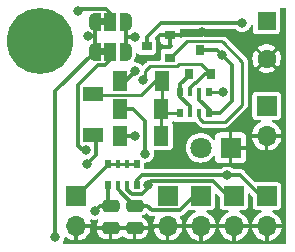
<source format=gtl>
%TF.GenerationSoftware,KiCad,Pcbnew,6.0.6-1.fc35*%
%TF.CreationDate,2022-08-01T00:07:55+02:00*%
%TF.ProjectId,lm324_4ch_therm,6c6d3332-345f-4346-9368-5f746865726d,rev?*%
%TF.SameCoordinates,Original*%
%TF.FileFunction,Copper,L1,Top*%
%TF.FilePolarity,Positive*%
%FSLAX46Y46*%
G04 Gerber Fmt 4.6, Leading zero omitted, Abs format (unit mm)*
G04 Created by KiCad (PCBNEW 6.0.6-1.fc35) date 2022-08-01 00:07:55*
%MOMM*%
%LPD*%
G01*
G04 APERTURE LIST*
G04 Aperture macros list*
%AMRoundRect*
0 Rectangle with rounded corners*
0 $1 Rounding radius*
0 $2 $3 $4 $5 $6 $7 $8 $9 X,Y pos of 4 corners*
0 Add a 4 corners polygon primitive as box body*
4,1,4,$2,$3,$4,$5,$6,$7,$8,$9,$2,$3,0*
0 Add four circle primitives for the rounded corners*
1,1,$1+$1,$2,$3*
1,1,$1+$1,$4,$5*
1,1,$1+$1,$6,$7*
1,1,$1+$1,$8,$9*
0 Add four rect primitives between the rounded corners*
20,1,$1+$1,$2,$3,$4,$5,0*
20,1,$1+$1,$4,$5,$6,$7,0*
20,1,$1+$1,$6,$7,$8,$9,0*
20,1,$1+$1,$8,$9,$2,$3,0*%
%AMFreePoly0*
4,1,22,0.550000,-0.750000,0.000000,-0.750000,0.000000,-0.745033,-0.079941,-0.743568,-0.215256,-0.701293,-0.333266,-0.622738,-0.424486,-0.514219,-0.481581,-0.384460,-0.499164,-0.250000,-0.500000,-0.250000,-0.500000,0.250000,-0.499164,0.250000,-0.499963,0.256109,-0.478152,0.396186,-0.417904,0.524511,-0.324060,0.630769,-0.204165,0.706417,-0.067858,0.745374,0.000000,0.744959,0.000000,0.750000,
0.550000,0.750000,0.550000,-0.750000,0.550000,-0.750000,$1*%
%AMFreePoly1*
4,1,20,0.000000,0.744959,0.073905,0.744508,0.209726,0.703889,0.328688,0.626782,0.421226,0.519385,0.479903,0.390333,0.500000,0.250000,0.500000,-0.250000,0.499851,-0.262216,0.476331,-0.402017,0.414519,-0.529596,0.319384,-0.634700,0.198574,-0.708877,0.061801,-0.746166,0.000000,-0.745033,0.000000,-0.750000,-0.550000,-0.750000,-0.550000,0.750000,0.000000,0.750000,0.000000,0.744959,
0.000000,0.744959,$1*%
G04 Aperture macros list end*
%TA.AperFunction,ComponentPad*%
%ADD10R,1.700000X1.700000*%
%TD*%
%TA.AperFunction,ComponentPad*%
%ADD11O,1.700000X1.700000*%
%TD*%
%TA.AperFunction,ComponentPad*%
%ADD12R,1.800000X1.800000*%
%TD*%
%TA.AperFunction,ComponentPad*%
%ADD13C,1.800000*%
%TD*%
%TA.AperFunction,ComponentPad*%
%ADD14R,1.600000X1.600000*%
%TD*%
%TA.AperFunction,ComponentPad*%
%ADD15C,1.600000*%
%TD*%
%TA.AperFunction,SMDPad,CuDef*%
%ADD16R,1.700000X1.300000*%
%TD*%
%TA.AperFunction,SMDPad,CuDef*%
%ADD17R,0.500000X0.800000*%
%TD*%
%TA.AperFunction,SMDPad,CuDef*%
%ADD18R,0.400000X0.800000*%
%TD*%
%TA.AperFunction,SMDPad,CuDef*%
%ADD19FreePoly0,0.000000*%
%TD*%
%TA.AperFunction,SMDPad,CuDef*%
%ADD20R,1.000000X1.500000*%
%TD*%
%TA.AperFunction,SMDPad,CuDef*%
%ADD21FreePoly1,0.000000*%
%TD*%
%TA.AperFunction,ComponentPad*%
%ADD22C,5.600000*%
%TD*%
%TA.AperFunction,SMDPad,CuDef*%
%ADD23R,0.900000X0.800000*%
%TD*%
%TA.AperFunction,SMDPad,CuDef*%
%ADD24R,1.300000X1.700000*%
%TD*%
%TA.AperFunction,SMDPad,CuDef*%
%ADD25RoundRect,0.250000X0.475000X-0.250000X0.475000X0.250000X-0.475000X0.250000X-0.475000X-0.250000X0*%
%TD*%
%TA.AperFunction,SMDPad,CuDef*%
%ADD26R,0.800000X0.900000*%
%TD*%
%TA.AperFunction,ViaPad*%
%ADD27C,0.800000*%
%TD*%
%TA.AperFunction,Conductor*%
%ADD28C,0.250000*%
%TD*%
%TA.AperFunction,Conductor*%
%ADD29C,0.320000*%
%TD*%
G04 APERTURE END LIST*
%TO.C,JP2*%
G36*
X121236000Y-46782000D02*
G01*
X120736000Y-46782000D01*
X120736000Y-46182000D01*
X121236000Y-46182000D01*
X121236000Y-46782000D01*
G37*
%TO.C,JP1*%
G36*
X121236000Y-49322000D02*
G01*
X120736000Y-49322000D01*
X120736000Y-48722000D01*
X121236000Y-48722000D01*
X121236000Y-49322000D01*
G37*
%TD*%
D10*
%TO.P,J1,1,Pin_1*%
%TO.N,Net-(J1-Pad1)*%
X134899000Y-61234000D03*
D11*
%TO.P,J1,2,Pin_2*%
%TO.N,GND*%
X134899000Y-63774000D03*
%TD*%
D12*
%TO.P,D4,1,K*%
%TO.N,GND*%
X131826000Y-57150000D03*
D13*
%TO.P,D4,2,A*%
%TO.N,Net-(D4-Pad2)*%
X129286000Y-57150000D03*
%TD*%
D10*
%TO.P,J2,1,Pin_1*%
%TO.N,+5V*%
X118745000Y-61214000D03*
D11*
%TO.P,J2,2,Pin_2*%
%TO.N,GND*%
X118745000Y-63754000D03*
%TD*%
D14*
%TO.P,BZ1,1,-*%
%TO.N,Net-(Q2-Pad3)*%
X134874000Y-46406000D03*
D15*
%TO.P,BZ1,2,+*%
%TO.N,GND*%
X134874000Y-49606000D03*
%TD*%
D16*
%TO.P,D1,1,K*%
%TO.N,Net-(U1-Pad1)*%
X120142000Y-56106000D03*
%TO.P,D1,2,A*%
%TO.N,Net-(D1-Pad2)*%
X120142000Y-52606000D03*
%TD*%
D17*
%TO.P,RN2,1,R1.1*%
%TO.N,Net-(D4-Pad2)*%
X129978000Y-52440000D03*
D18*
%TO.P,RN2,2,R2.1*%
%TO.N,Net-(Q2-Pad3)*%
X129178000Y-52440000D03*
%TO.P,RN2,3,R3.1*%
%TO.N,+5V*%
X128378000Y-52440000D03*
D17*
%TO.P,RN2,4,R4.1*%
%TO.N,Net-(Q2-Pad1)*%
X127578000Y-52440000D03*
%TO.P,RN2,5,R4.2*%
%TO.N,Net-(D1-Pad2)*%
X127578000Y-54240000D03*
D18*
%TO.P,RN2,6,R3.2*%
%TO.N,Net-(Q2-Pad1)*%
X128378000Y-54240000D03*
%TO.P,RN2,7,R2.2*%
%TO.N,Net-(Q1-Pad1)*%
X129178000Y-54240000D03*
D17*
%TO.P,RN2,8,R1.2*%
%TO.N,Net-(Q2-Pad3)*%
X129978000Y-54240000D03*
%TD*%
%TO.P,RN1,1,R1.1*%
%TO.N,Net-(U1-Pad3)*%
X121482000Y-60336000D03*
D18*
%TO.P,RN1,2,R2.1*%
%TO.N,Net-(U1-Pad5)*%
X122282000Y-60336000D03*
%TO.P,RN1,3,R3.1*%
%TO.N,Net-(U1-Pad10)*%
X123082000Y-60336000D03*
D17*
%TO.P,RN1,4,R4.1*%
%TO.N,Net-(J1-Pad1)*%
X123882000Y-60336000D03*
%TO.P,RN1,5,R4.2*%
%TO.N,+5V*%
X123882000Y-58536000D03*
D18*
%TO.P,RN1,6,R3.2*%
X123082000Y-58536000D03*
%TO.P,RN1,7,R2.2*%
X122282000Y-58536000D03*
D17*
%TO.P,RN1,8,R1.2*%
X121482000Y-58536000D03*
%TD*%
D19*
%TO.P,JP2,1,A*%
%TO.N,/ref1*%
X120336000Y-46482000D03*
D20*
%TO.P,JP2,2,C*%
%TO.N,Net-(U1-Pad6)*%
X121636000Y-46482000D03*
D21*
%TO.P,JP2,3,B*%
%TO.N,/ref2*%
X122936000Y-46482000D03*
%TD*%
D22*
%TO.P,REF2,1*%
%TO.N,N/C*%
X115697000Y-48133000D03*
%TD*%
D10*
%TO.P,J5,1,Pin_1*%
%TO.N,Net-(U1-Pad5)*%
X129311000Y-61234000D03*
D11*
%TO.P,J5,2,Pin_2*%
%TO.N,GND*%
X129311000Y-63774000D03*
%TD*%
D10*
%TO.P,J4,1,Pin_1*%
%TO.N,Net-(U1-Pad3)*%
X126492000Y-61214000D03*
D11*
%TO.P,J4,2,Pin_2*%
%TO.N,GND*%
X126492000Y-63754000D03*
%TD*%
D23*
%TO.P,Q1,1,B*%
%TO.N,Net-(Q1-Pad1)*%
X126705000Y-49514000D03*
%TO.P,Q1,2,E*%
%TO.N,GND*%
X126705000Y-47614000D03*
%TO.P,Q1,3,C*%
%TO.N,Net-(J6-Pad1)*%
X124705000Y-48564000D03*
%TD*%
D24*
%TO.P,D3,1,K*%
%TO.N,Net-(U1-Pad8)*%
X122456000Y-56134000D03*
%TO.P,D3,2,A*%
%TO.N,Net-(D1-Pad2)*%
X125956000Y-56134000D03*
%TD*%
D25*
%TO.P,C4,1*%
%TO.N,GND*%
X121666000Y-63942000D03*
%TO.P,C4,2*%
%TO.N,Net-(U1-Pad3)*%
X121666000Y-62042000D03*
%TD*%
D10*
%TO.P,J3,1,Pin_1*%
%TO.N,Net-(U1-Pad10)*%
X132105000Y-61234000D03*
D11*
%TO.P,J3,2,Pin_2*%
%TO.N,GND*%
X132105000Y-63774000D03*
%TD*%
D24*
%TO.P,D5,1,K*%
%TO.N,Net-(U1-Pad14)*%
X122456000Y-53873400D03*
%TO.P,D5,2,A*%
%TO.N,Net-(D1-Pad2)*%
X125956000Y-53873400D03*
%TD*%
D26*
%TO.P,Q2,1,B*%
%TO.N,Net-(Q2-Pad1)*%
X128286000Y-50886000D03*
%TO.P,Q2,2,E*%
%TO.N,+5V*%
X130186000Y-50886000D03*
%TO.P,Q2,3,C*%
%TO.N,Net-(Q2-Pad3)*%
X129236000Y-48886000D03*
%TD*%
D19*
%TO.P,JP1,1,A*%
%TO.N,/ref1*%
X120336000Y-49022000D03*
D20*
%TO.P,JP1,2,C*%
%TO.N,Net-(U1-Pad2)*%
X121636000Y-49022000D03*
D21*
%TO.P,JP1,3,B*%
%TO.N,/ref2*%
X122936000Y-49022000D03*
%TD*%
D24*
%TO.P,D2,1,K*%
%TO.N,Net-(U1-Pad7)*%
X122481400Y-51460400D03*
%TO.P,D2,2,A*%
%TO.N,Net-(D1-Pad2)*%
X125981400Y-51460400D03*
%TD*%
D25*
%TO.P,C5,1*%
%TO.N,GND*%
X123698000Y-63942000D03*
%TO.P,C5,2*%
%TO.N,Net-(U1-Pad5)*%
X123698000Y-62042000D03*
%TD*%
D10*
%TO.P,J6,1,Pin_1*%
%TO.N,Net-(J6-Pad1)*%
X134874000Y-53594000D03*
D11*
%TO.P,J6,2,Pin_2*%
%TO.N,GND*%
X134874000Y-56134000D03*
%TD*%
D27*
%TO.N,Net-(Q2-Pad3)*%
X131081000Y-49259000D03*
%TO.N,GND*%
X129397500Y-47381400D03*
%TO.N,+5V*%
X124425900Y-51421300D03*
%TO.N,Net-(J1-Pad1)*%
X131559500Y-59489400D03*
%TO.N,Net-(U1-Pad10)*%
X124829200Y-60293800D03*
%TO.N,Net-(U1-Pad3)*%
X120306600Y-62500600D03*
%TO.N,Net-(U1-Pad1)*%
X119634600Y-58514600D03*
%TO.N,Net-(U1-Pad7)*%
X123739300Y-50669300D03*
%TO.N,Net-(D4-Pad2)*%
X131140200Y-52425600D03*
%TO.N,Net-(U1-Pad8)*%
X123729000Y-56134000D03*
%TO.N,Net-(U1-Pad14)*%
X124587000Y-57658000D03*
%TO.N,Net-(J6-Pad1)*%
X132824300Y-46585900D03*
%TO.N,/ref1*%
X116996700Y-64736900D03*
X119737600Y-47722700D03*
%TO.N,Net-(U1-Pad2)*%
X119569100Y-57362900D03*
%TO.N,/ref2*%
X123713400Y-47752000D03*
%TO.N,Net-(U1-Pad6)*%
X118944600Y-45610500D03*
%TD*%
D28*
%TO.N,+5V*%
X130186000Y-50886000D02*
X129338000Y-50038000D01*
X129338000Y-50038000D02*
X127494900Y-50038000D01*
X124617700Y-50674100D02*
X124617700Y-51229500D01*
X127494900Y-50038000D02*
X127279300Y-50253600D01*
X127279300Y-50253600D02*
X125038200Y-50253600D01*
X125038200Y-50253600D02*
X124617700Y-50674100D01*
X124617700Y-51229500D02*
X124425900Y-51421300D01*
D29*
%TO.N,Net-(Q2-Pad3)*%
X129978000Y-54240000D02*
X129978000Y-53867000D01*
X131953000Y-50131000D02*
X131081000Y-49259000D01*
X130708000Y-48886000D02*
X131081000Y-49259000D01*
X129178000Y-52440000D02*
X129178000Y-53067000D01*
X129978000Y-54240000D02*
X130926000Y-54240000D01*
X129978000Y-53867000D02*
X129178000Y-53067000D01*
X129236000Y-48886000D02*
X130708000Y-48886000D01*
X131953000Y-53213000D02*
X131953000Y-50131000D01*
X130926000Y-54240000D02*
X131953000Y-53213000D01*
D28*
%TO.N,GND*%
X118745000Y-63754000D02*
X119920300Y-63754000D01*
X125904400Y-63754000D02*
X125316700Y-63754000D01*
X126705000Y-47614000D02*
X129164900Y-47614000D01*
X131699000Y-47625000D02*
X129641100Y-47625000D01*
X126492000Y-63754000D02*
X128115700Y-63754000D01*
X119920300Y-63754000D02*
X120108300Y-63942000D01*
X120108300Y-63942000D02*
X121666000Y-63942000D01*
X129641100Y-47625000D02*
X129397500Y-47381400D01*
X128115700Y-63754000D02*
X128135700Y-63774000D01*
X125128700Y-63942000D02*
X125316700Y-63754000D01*
X121666000Y-63942000D02*
X123698000Y-63942000D01*
X123698000Y-63942000D02*
X125128700Y-63942000D01*
X129164900Y-47614000D02*
X129397500Y-47381400D01*
X131826000Y-57150000D02*
X133858000Y-57150000D01*
X134899000Y-63774000D02*
X132105000Y-63774000D01*
X132105000Y-63774000D02*
X129311000Y-63774000D01*
X129311000Y-63774000D02*
X128135700Y-63774000D01*
%TO.N,+5V*%
X122282000Y-58536000D02*
X121482000Y-58536000D01*
D29*
X128854200Y-51689000D02*
X129657200Y-50886000D01*
X128378000Y-52089000D02*
X128778000Y-51689000D01*
D28*
X123082000Y-58536000D02*
X122282000Y-58536000D01*
D29*
X128378000Y-52440000D02*
X128378000Y-52089000D01*
X129657200Y-50886000D02*
X130186000Y-50886000D01*
D28*
X123882000Y-58536000D02*
X123082000Y-58536000D01*
X121423000Y-58536000D02*
X118745000Y-61214000D01*
D29*
X128778000Y-51689000D02*
X128854200Y-51689000D01*
%TO.N,Net-(J1-Pad1)*%
X134385700Y-61234000D02*
X132641100Y-59489400D01*
X123882000Y-59887000D02*
X124285600Y-59483400D01*
X123882000Y-60336000D02*
X123882000Y-59887000D01*
X134899000Y-61234000D02*
X134385700Y-61234000D01*
X131553500Y-59483400D02*
X131559500Y-59489400D01*
X124285600Y-59483400D02*
X131553500Y-59483400D01*
X132641100Y-59489400D02*
X131559500Y-59489400D01*
D28*
%TO.N,Net-(D1-Pad2)*%
X125450600Y-51460400D02*
X124256800Y-52654200D01*
X127578000Y-54240000D02*
X126348000Y-54240000D01*
X125984000Y-51562000D02*
X125984000Y-53820000D01*
X125956000Y-53848000D02*
X125956000Y-56134000D01*
X125981400Y-51460400D02*
X125450600Y-51460400D01*
X124256800Y-52654200D02*
X120190200Y-52654200D01*
D29*
%TO.N,Net-(U1-Pad10)*%
X123082000Y-60336000D02*
X123082000Y-60722200D01*
X123082000Y-60722200D02*
X123456200Y-61096400D01*
X124286600Y-61096400D02*
X124829200Y-60553800D01*
X132105000Y-61234000D02*
X131575500Y-61234000D01*
X123456200Y-61096400D02*
X124286600Y-61096400D01*
X130345200Y-60003700D02*
X125119300Y-60003700D01*
X125119300Y-60003700D02*
X124829200Y-60293800D01*
X124829200Y-60553800D02*
X124829200Y-60293800D01*
X131575500Y-61234000D02*
X130345200Y-60003700D01*
%TO.N,Net-(U1-Pad3)*%
X120765200Y-62042000D02*
X120306600Y-62500600D01*
X121666000Y-62042000D02*
X120765200Y-62042000D01*
X121482000Y-60336000D02*
X121482000Y-61858000D01*
%TO.N,Net-(U1-Pad5)*%
X122282000Y-60336000D02*
X122282000Y-60658100D01*
X127505600Y-62424400D02*
X125154600Y-62424400D01*
X129311000Y-61234000D02*
X128696000Y-61234000D01*
X128696000Y-61234000D02*
X127505600Y-62424400D01*
X124772200Y-62042000D02*
X125154600Y-62424400D01*
X122282000Y-60658100D02*
X123665900Y-62042000D01*
X123698000Y-62042000D02*
X124772200Y-62042000D01*
%TO.N,Net-(U1-Pad1)*%
X120390200Y-57759000D02*
X119634600Y-58514600D01*
X120390200Y-56354200D02*
X120390200Y-57759000D01*
%TO.N,Net-(U1-Pad7)*%
X122948200Y-51460400D02*
X123739300Y-50669300D01*
X122481400Y-51460400D02*
X122948200Y-51460400D01*
D28*
%TO.N,Net-(D4-Pad2)*%
X131140200Y-52425600D02*
X131326700Y-52440000D01*
X131326700Y-52440000D02*
X129978000Y-52440000D01*
D29*
%TO.N,Net-(U1-Pad8)*%
X122456000Y-56134000D02*
X123466300Y-56134000D01*
X123466300Y-56134000D02*
X123729000Y-56134000D01*
D28*
%TO.N,Net-(Q1-Pad1)*%
X131038600Y-48107600D02*
X131159300Y-48228300D01*
X131342900Y-54965300D02*
X129514300Y-54965300D01*
X132811700Y-53496500D02*
X131342900Y-54965300D01*
X131159300Y-48228300D02*
X131159300Y-48237600D01*
X132811700Y-49890000D02*
X132811700Y-53496500D01*
X129178000Y-54629000D02*
X129514300Y-54965300D01*
X126705000Y-49514000D02*
X128111400Y-48107600D01*
X128111400Y-48107600D02*
X131038600Y-48107600D01*
X131159300Y-48237600D02*
X132811700Y-49890000D01*
X129178000Y-54240000D02*
X129178000Y-54629000D01*
D29*
%TO.N,Net-(U1-Pad14)*%
X123596400Y-53873400D02*
X122456000Y-53873400D01*
X124587000Y-54864000D02*
X123596400Y-53873400D01*
X124587000Y-57658000D02*
X124587000Y-54864000D01*
%TO.N,Net-(J6-Pad1)*%
X124705000Y-48564000D02*
X124705000Y-47803700D01*
X124705000Y-47803700D02*
X125922800Y-46585900D01*
X125922800Y-46585900D02*
X132824300Y-46585900D01*
%TO.N,/ref1*%
X120336000Y-46482000D02*
X120336000Y-47722700D01*
X116996700Y-52361300D02*
X116996700Y-64736900D01*
X120336000Y-47722700D02*
X120336000Y-49022000D01*
X120336000Y-47722700D02*
X119737600Y-47722700D01*
X120336000Y-49022000D02*
X116996700Y-52361300D01*
%TO.N,Net-(U1-Pad2)*%
X119300200Y-57362900D02*
X118915100Y-56977800D01*
X118915100Y-51812300D02*
X120595100Y-50132300D01*
X121636000Y-49022000D02*
X121636000Y-49687000D01*
X118915100Y-56977800D02*
X118915100Y-51812300D01*
X120595100Y-50132300D02*
X121190700Y-50132300D01*
X121636000Y-49687000D02*
X121190700Y-50132300D01*
X119569100Y-57362900D02*
X119300200Y-57362900D01*
%TO.N,/ref2*%
X122936000Y-47752000D02*
X123713400Y-47752000D01*
X122936000Y-47752000D02*
X122936000Y-49022000D01*
X122936000Y-46482000D02*
X122936000Y-47752000D01*
%TO.N,Net-(U1-Pad6)*%
X119183400Y-45371700D02*
X118944600Y-45610500D01*
X121636000Y-45755400D02*
X121252300Y-45371700D01*
X121252300Y-45371700D02*
X119183400Y-45371700D01*
X121636000Y-46482000D02*
X121636000Y-45755400D01*
%TO.N,Net-(Q2-Pad1)*%
X127578000Y-51746000D02*
X127578000Y-52440000D01*
X127578000Y-52820100D02*
X127578000Y-52440000D01*
X128286000Y-50886000D02*
X128286000Y-51038000D01*
X128286000Y-51038000D02*
X127578000Y-51746000D01*
X128378000Y-53620100D02*
X127578000Y-52820100D01*
X128378000Y-54240000D02*
X128378000Y-53620100D01*
%TD*%
%TA.AperFunction,Conductor*%
%TO.N,GND*%
G36*
X136514691Y-45327407D02*
G01*
X136550655Y-45376907D01*
X136555500Y-45407500D01*
X136555500Y-65209500D01*
X136536593Y-65267691D01*
X136487093Y-65303655D01*
X136456500Y-65308500D01*
X117702660Y-65308500D01*
X117644469Y-65289593D01*
X117608505Y-65240093D01*
X117608505Y-65178907D01*
X117620201Y-65154714D01*
X117665368Y-65086733D01*
X117668431Y-65082123D01*
X117702937Y-64991285D01*
X117726256Y-64929897D01*
X117726257Y-64929894D01*
X117728221Y-64924723D01*
X117739848Y-64842000D01*
X117751221Y-64761077D01*
X117751221Y-64761075D01*
X117751655Y-64757988D01*
X117751867Y-64758018D01*
X117774681Y-64702677D01*
X117826796Y-64670620D01*
X117887801Y-64675317D01*
X117920074Y-64696841D01*
X117935392Y-64712159D01*
X117941987Y-64717692D01*
X118114067Y-64838185D01*
X118121537Y-64842497D01*
X118311922Y-64931275D01*
X118320015Y-64934221D01*
X118522944Y-64988595D01*
X118531412Y-64990088D01*
X118579379Y-64994285D01*
X118592377Y-64991285D01*
X118594313Y-64989057D01*
X118595000Y-64985682D01*
X118595000Y-64979972D01*
X118895000Y-64979972D01*
X118899122Y-64992657D01*
X118901511Y-64994393D01*
X118904932Y-64994783D01*
X118958588Y-64990088D01*
X118967056Y-64988595D01*
X119169985Y-64934221D01*
X119178078Y-64931275D01*
X119368463Y-64842497D01*
X119375933Y-64838185D01*
X119548013Y-64717692D01*
X119554608Y-64712159D01*
X119703159Y-64563608D01*
X119708692Y-64557013D01*
X119829185Y-64384932D01*
X119833497Y-64377462D01*
X119890280Y-64255692D01*
X120541000Y-64255692D01*
X120541153Y-64259584D01*
X120543503Y-64289449D01*
X120545311Y-64299349D01*
X120587980Y-64446216D01*
X120592890Y-64457561D01*
X120670144Y-64588191D01*
X120677721Y-64597960D01*
X120785040Y-64705279D01*
X120794809Y-64712856D01*
X120925439Y-64790110D01*
X120936784Y-64795020D01*
X121083651Y-64837689D01*
X121093551Y-64839497D01*
X121123416Y-64841847D01*
X121127308Y-64842000D01*
X121500320Y-64842000D01*
X121513005Y-64837878D01*
X121516000Y-64833757D01*
X121516000Y-64826320D01*
X121816000Y-64826320D01*
X121820122Y-64839005D01*
X121824243Y-64842000D01*
X122204692Y-64842000D01*
X122208584Y-64841847D01*
X122238449Y-64839497D01*
X122248349Y-64837689D01*
X122395216Y-64795020D01*
X122406561Y-64790110D01*
X122537191Y-64712856D01*
X122546960Y-64705279D01*
X122611996Y-64640243D01*
X122666513Y-64612466D01*
X122726945Y-64622037D01*
X122752004Y-64640243D01*
X122817040Y-64705279D01*
X122826809Y-64712856D01*
X122957439Y-64790110D01*
X122968784Y-64795020D01*
X123115651Y-64837689D01*
X123125551Y-64839497D01*
X123155416Y-64841847D01*
X123159308Y-64842000D01*
X123532320Y-64842000D01*
X123545005Y-64837878D01*
X123548000Y-64833757D01*
X123548000Y-64826320D01*
X123848000Y-64826320D01*
X123852122Y-64839005D01*
X123856243Y-64842000D01*
X124236692Y-64842000D01*
X124240584Y-64841847D01*
X124270449Y-64839497D01*
X124280349Y-64837689D01*
X124427216Y-64795020D01*
X124438561Y-64790110D01*
X124569191Y-64712856D01*
X124578960Y-64705279D01*
X124686279Y-64597960D01*
X124693856Y-64588191D01*
X124771110Y-64457561D01*
X124776020Y-64446216D01*
X124818689Y-64299349D01*
X124820497Y-64289449D01*
X124822847Y-64259584D01*
X124823000Y-64255692D01*
X124823000Y-64107680D01*
X124818878Y-64094995D01*
X124814757Y-64092000D01*
X123863680Y-64092000D01*
X123850995Y-64096122D01*
X123848000Y-64100243D01*
X123848000Y-64826320D01*
X123548000Y-64826320D01*
X123548000Y-64107680D01*
X123543878Y-64094995D01*
X123539757Y-64092000D01*
X121831680Y-64092000D01*
X121818995Y-64096122D01*
X121816000Y-64100243D01*
X121816000Y-64826320D01*
X121516000Y-64826320D01*
X121516000Y-64107680D01*
X121511878Y-64094995D01*
X121507757Y-64092000D01*
X120556680Y-64092000D01*
X120543995Y-64096122D01*
X120541000Y-64100243D01*
X120541000Y-64255692D01*
X119890280Y-64255692D01*
X119922275Y-64187078D01*
X119925221Y-64178985D01*
X119979595Y-63976056D01*
X119981088Y-63967588D01*
X119985285Y-63919621D01*
X119983972Y-63913932D01*
X125251217Y-63913932D01*
X125255912Y-63967588D01*
X125257405Y-63976056D01*
X125311779Y-64178985D01*
X125314725Y-64187078D01*
X125403503Y-64377462D01*
X125407815Y-64384932D01*
X125528308Y-64557013D01*
X125533841Y-64563608D01*
X125682392Y-64712159D01*
X125688987Y-64717692D01*
X125861067Y-64838185D01*
X125868537Y-64842497D01*
X126058922Y-64931275D01*
X126067015Y-64934221D01*
X126269944Y-64988595D01*
X126278412Y-64990088D01*
X126326379Y-64994285D01*
X126339377Y-64991285D01*
X126341313Y-64989057D01*
X126342000Y-64985682D01*
X126342000Y-64979972D01*
X126642000Y-64979972D01*
X126646122Y-64992657D01*
X126648511Y-64994393D01*
X126651932Y-64994783D01*
X126705588Y-64990088D01*
X126714056Y-64988595D01*
X126916985Y-64934221D01*
X126925078Y-64931275D01*
X127115463Y-64842497D01*
X127122933Y-64838185D01*
X127295013Y-64717692D01*
X127301608Y-64712159D01*
X127450159Y-64563608D01*
X127455692Y-64557013D01*
X127576185Y-64384932D01*
X127580497Y-64377462D01*
X127669275Y-64187078D01*
X127672221Y-64178985D01*
X127726595Y-63976056D01*
X127728088Y-63967588D01*
X127731033Y-63933932D01*
X128070217Y-63933932D01*
X128074912Y-63987588D01*
X128076405Y-63996056D01*
X128130779Y-64198985D01*
X128133725Y-64207078D01*
X128222503Y-64397462D01*
X128226815Y-64404932D01*
X128347308Y-64577013D01*
X128352841Y-64583608D01*
X128501392Y-64732159D01*
X128507987Y-64737692D01*
X128680067Y-64858185D01*
X128687537Y-64862497D01*
X128877922Y-64951275D01*
X128886015Y-64954221D01*
X129088944Y-65008595D01*
X129097412Y-65010088D01*
X129145379Y-65014285D01*
X129158377Y-65011285D01*
X129160313Y-65009057D01*
X129161000Y-65005682D01*
X129161000Y-64999972D01*
X129461000Y-64999972D01*
X129465122Y-65012657D01*
X129467511Y-65014393D01*
X129470932Y-65014783D01*
X129524588Y-65010088D01*
X129533056Y-65008595D01*
X129735985Y-64954221D01*
X129744078Y-64951275D01*
X129934463Y-64862497D01*
X129941933Y-64858185D01*
X130114013Y-64737692D01*
X130120608Y-64732159D01*
X130269159Y-64583608D01*
X130274692Y-64577013D01*
X130395185Y-64404932D01*
X130399497Y-64397462D01*
X130488275Y-64207078D01*
X130491221Y-64198985D01*
X130545595Y-63996056D01*
X130547088Y-63987588D01*
X130551285Y-63939621D01*
X130549972Y-63933932D01*
X130864217Y-63933932D01*
X130868912Y-63987588D01*
X130870405Y-63996056D01*
X130924779Y-64198985D01*
X130927725Y-64207078D01*
X131016503Y-64397462D01*
X131020815Y-64404932D01*
X131141308Y-64577013D01*
X131146841Y-64583608D01*
X131295392Y-64732159D01*
X131301987Y-64737692D01*
X131474067Y-64858185D01*
X131481537Y-64862497D01*
X131671922Y-64951275D01*
X131680015Y-64954221D01*
X131882944Y-65008595D01*
X131891412Y-65010088D01*
X131939379Y-65014285D01*
X131952377Y-65011285D01*
X131954313Y-65009057D01*
X131955000Y-65005682D01*
X131955000Y-64999972D01*
X132255000Y-64999972D01*
X132259122Y-65012657D01*
X132261511Y-65014393D01*
X132264932Y-65014783D01*
X132318588Y-65010088D01*
X132327056Y-65008595D01*
X132529985Y-64954221D01*
X132538078Y-64951275D01*
X132728463Y-64862497D01*
X132735933Y-64858185D01*
X132908013Y-64737692D01*
X132914608Y-64732159D01*
X133063159Y-64583608D01*
X133068692Y-64577013D01*
X133189185Y-64404932D01*
X133193497Y-64397462D01*
X133282275Y-64207078D01*
X133285221Y-64198985D01*
X133339595Y-63996056D01*
X133341088Y-63987588D01*
X133345285Y-63939621D01*
X133343972Y-63933932D01*
X133658217Y-63933932D01*
X133662912Y-63987588D01*
X133664405Y-63996056D01*
X133718779Y-64198985D01*
X133721725Y-64207078D01*
X133810503Y-64397462D01*
X133814815Y-64404932D01*
X133935308Y-64577013D01*
X133940841Y-64583608D01*
X134089392Y-64732159D01*
X134095987Y-64737692D01*
X134268067Y-64858185D01*
X134275537Y-64862497D01*
X134465922Y-64951275D01*
X134474015Y-64954221D01*
X134676944Y-65008595D01*
X134685412Y-65010088D01*
X134733379Y-65014285D01*
X134746377Y-65011285D01*
X134748313Y-65009057D01*
X134749000Y-65005682D01*
X134749000Y-64999972D01*
X135049000Y-64999972D01*
X135053122Y-65012657D01*
X135055511Y-65014393D01*
X135058932Y-65014783D01*
X135112588Y-65010088D01*
X135121056Y-65008595D01*
X135323985Y-64954221D01*
X135332078Y-64951275D01*
X135522463Y-64862497D01*
X135529933Y-64858185D01*
X135702013Y-64737692D01*
X135708608Y-64732159D01*
X135857159Y-64583608D01*
X135862692Y-64577013D01*
X135983185Y-64404932D01*
X135987497Y-64397462D01*
X136076275Y-64207078D01*
X136079221Y-64198985D01*
X136133595Y-63996056D01*
X136135088Y-63987588D01*
X136139285Y-63939621D01*
X136136285Y-63926623D01*
X136134057Y-63924687D01*
X136130682Y-63924000D01*
X135064680Y-63924000D01*
X135051995Y-63928122D01*
X135049000Y-63932243D01*
X135049000Y-64999972D01*
X134749000Y-64999972D01*
X134749000Y-63939680D01*
X134744878Y-63926995D01*
X134740757Y-63924000D01*
X133673028Y-63924000D01*
X133660343Y-63928122D01*
X133658607Y-63930511D01*
X133658217Y-63933932D01*
X133343972Y-63933932D01*
X133342285Y-63926623D01*
X133340057Y-63924687D01*
X133336682Y-63924000D01*
X132270680Y-63924000D01*
X132257995Y-63928122D01*
X132255000Y-63932243D01*
X132255000Y-64999972D01*
X131955000Y-64999972D01*
X131955000Y-63939680D01*
X131950878Y-63926995D01*
X131946757Y-63924000D01*
X130879028Y-63924000D01*
X130866343Y-63928122D01*
X130864607Y-63930511D01*
X130864217Y-63933932D01*
X130549972Y-63933932D01*
X130548285Y-63926623D01*
X130546057Y-63924687D01*
X130542682Y-63924000D01*
X129476680Y-63924000D01*
X129463995Y-63928122D01*
X129461000Y-63932243D01*
X129461000Y-64999972D01*
X129161000Y-64999972D01*
X129161000Y-63939680D01*
X129156878Y-63926995D01*
X129152757Y-63924000D01*
X128085028Y-63924000D01*
X128072343Y-63928122D01*
X128070607Y-63930511D01*
X128070217Y-63933932D01*
X127731033Y-63933932D01*
X127732285Y-63919621D01*
X127729285Y-63906623D01*
X127727057Y-63904687D01*
X127723682Y-63904000D01*
X126657680Y-63904000D01*
X126644995Y-63908122D01*
X126642000Y-63912243D01*
X126642000Y-64979972D01*
X126342000Y-64979972D01*
X126342000Y-63919680D01*
X126337878Y-63906995D01*
X126333757Y-63904000D01*
X125266028Y-63904000D01*
X125253343Y-63908122D01*
X125251607Y-63910511D01*
X125251217Y-63913932D01*
X119983972Y-63913932D01*
X119982285Y-63906623D01*
X119980057Y-63904687D01*
X119976682Y-63904000D01*
X118910680Y-63904000D01*
X118897995Y-63908122D01*
X118895000Y-63912243D01*
X118895000Y-64979972D01*
X118595000Y-64979972D01*
X118595000Y-63703000D01*
X118613907Y-63644809D01*
X118663407Y-63608845D01*
X118694000Y-63604000D01*
X119970972Y-63604000D01*
X119983657Y-63599878D01*
X119985393Y-63597489D01*
X119985783Y-63594068D01*
X119981088Y-63540412D01*
X119979595Y-63531944D01*
X119924426Y-63326046D01*
X119927629Y-63264944D01*
X119966134Y-63217394D01*
X120025235Y-63201559D01*
X120054558Y-63207631D01*
X120123889Y-63233415D01*
X120129381Y-63234148D01*
X120129382Y-63234148D01*
X120201400Y-63243757D01*
X120290783Y-63255683D01*
X120296289Y-63255182D01*
X120296291Y-63255182D01*
X120452953Y-63240925D01*
X120452957Y-63240924D01*
X120458464Y-63240423D01*
X120463725Y-63238714D01*
X120463733Y-63238712D01*
X120511869Y-63223071D01*
X120573054Y-63223070D01*
X120622554Y-63259034D01*
X120641462Y-63317224D01*
X120627676Y-63367620D01*
X120592887Y-63426445D01*
X120587980Y-63437784D01*
X120545311Y-63584651D01*
X120543503Y-63594551D01*
X120541153Y-63624416D01*
X120541000Y-63628308D01*
X120541000Y-63776320D01*
X120545122Y-63789005D01*
X120549243Y-63792000D01*
X124807320Y-63792000D01*
X124820005Y-63787878D01*
X124823000Y-63783757D01*
X124823000Y-63628308D01*
X124822847Y-63624416D01*
X124820497Y-63594551D01*
X124818689Y-63584651D01*
X124776020Y-63437784D01*
X124771110Y-63426439D01*
X124693856Y-63295809D01*
X124686279Y-63286040D01*
X124578960Y-63178721D01*
X124569191Y-63171144D01*
X124438561Y-63093890D01*
X124427216Y-63088980D01*
X124339898Y-63063612D01*
X124289293Y-63029221D01*
X124268567Y-62971653D01*
X124285637Y-62912897D01*
X124330272Y-62878275D01*
X124329762Y-62877044D01*
X124393118Y-62850801D01*
X124475841Y-62816536D01*
X124601282Y-62720282D01*
X124602508Y-62721880D01*
X124648836Y-62698285D01*
X124709266Y-62707868D01*
X124734309Y-62726065D01*
X124745341Y-62737097D01*
X124753749Y-62747621D01*
X124758071Y-62752699D01*
X124761837Y-62758668D01*
X124767127Y-62763340D01*
X124802969Y-62794995D01*
X124807438Y-62799194D01*
X124819544Y-62811300D01*
X124822359Y-62813410D01*
X124822372Y-62813421D01*
X124828825Y-62818257D01*
X124834986Y-62823272D01*
X124871441Y-62855468D01*
X124877823Y-62858464D01*
X124877827Y-62858467D01*
X124881096Y-62860002D01*
X124898389Y-62870393D01*
X124901278Y-62872558D01*
X124901285Y-62872562D01*
X124906924Y-62876788D01*
X124952466Y-62893861D01*
X124959786Y-62896946D01*
X124997427Y-62914618D01*
X124997429Y-62914619D01*
X125003809Y-62917614D01*
X125014351Y-62919256D01*
X125033860Y-62924374D01*
X125037247Y-62925644D01*
X125037249Y-62925644D01*
X125043850Y-62928119D01*
X125092357Y-62931723D01*
X125100226Y-62932626D01*
X125114826Y-62934900D01*
X125131432Y-62934900D01*
X125138769Y-62935172D01*
X125189679Y-62938955D01*
X125196574Y-62937483D01*
X125196576Y-62937483D01*
X125198458Y-62937081D01*
X125219125Y-62934900D01*
X125349395Y-62934900D01*
X125407586Y-62953807D01*
X125443550Y-63003307D01*
X125443550Y-63064493D01*
X125430491Y-63090684D01*
X125407815Y-63123068D01*
X125403503Y-63130538D01*
X125314725Y-63320922D01*
X125311779Y-63329015D01*
X125257405Y-63531944D01*
X125255912Y-63540412D01*
X125251715Y-63588379D01*
X125254715Y-63601377D01*
X125256943Y-63603313D01*
X125260318Y-63604000D01*
X127717972Y-63604000D01*
X127730657Y-63599878D01*
X127732393Y-63597489D01*
X127732783Y-63594068D01*
X127728088Y-63540412D01*
X127726595Y-63531944D01*
X127672221Y-63329015D01*
X127669275Y-63320922D01*
X127580497Y-63130538D01*
X127576184Y-63123068D01*
X127547735Y-63082437D01*
X127529846Y-63023925D01*
X127549766Y-62966073D01*
X127599887Y-62930979D01*
X127604557Y-62929784D01*
X127610187Y-62929435D01*
X127616819Y-62927041D01*
X127616822Y-62927040D01*
X127620211Y-62925816D01*
X127639801Y-62920931D01*
X127640611Y-62920815D01*
X127650354Y-62919420D01*
X127656772Y-62916502D01*
X127656775Y-62916501D01*
X127694635Y-62899287D01*
X127701994Y-62896291D01*
X127712498Y-62892499D01*
X127747730Y-62879780D01*
X127753426Y-62875619D01*
X127753431Y-62875616D01*
X127756338Y-62873492D01*
X127773763Y-62863309D01*
X127777051Y-62861814D01*
X127777052Y-62861814D01*
X127783471Y-62858895D01*
X127791304Y-62852146D01*
X127820316Y-62827147D01*
X127826540Y-62822206D01*
X127835366Y-62815758D01*
X127835367Y-62815757D01*
X127838454Y-62813502D01*
X127850203Y-62801753D01*
X127855584Y-62796758D01*
X127888906Y-62768046D01*
X127888907Y-62768045D01*
X127894250Y-62763441D01*
X127898085Y-62757524D01*
X127898087Y-62757522D01*
X127899130Y-62755912D01*
X127912202Y-62739754D01*
X128220800Y-62431156D01*
X128275317Y-62403379D01*
X128334280Y-62412217D01*
X128359482Y-62424536D01*
X128367084Y-62425645D01*
X128367087Y-62425646D01*
X128424237Y-62433983D01*
X128424239Y-62433983D01*
X128427782Y-62434500D01*
X128779256Y-62434500D01*
X128837447Y-62453407D01*
X128873411Y-62502907D01*
X128873411Y-62564093D01*
X128837447Y-62613593D01*
X128821095Y-62623224D01*
X128687538Y-62685503D01*
X128680068Y-62689815D01*
X128507987Y-62810308D01*
X128501392Y-62815841D01*
X128352841Y-62964392D01*
X128347308Y-62970987D01*
X128226815Y-63143068D01*
X128222503Y-63150538D01*
X128133725Y-63340922D01*
X128130779Y-63349015D01*
X128076405Y-63551944D01*
X128074912Y-63560412D01*
X128070715Y-63608379D01*
X128073715Y-63621377D01*
X128075943Y-63623313D01*
X128079318Y-63624000D01*
X130536972Y-63624000D01*
X130549657Y-63619878D01*
X130551393Y-63617489D01*
X130551783Y-63614068D01*
X130547088Y-63560412D01*
X130545595Y-63551944D01*
X130491221Y-63349015D01*
X130488275Y-63340922D01*
X130399497Y-63150538D01*
X130395185Y-63143068D01*
X130274692Y-62970987D01*
X130269159Y-62964392D01*
X130120608Y-62815841D01*
X130114013Y-62810308D01*
X129941933Y-62689815D01*
X129934463Y-62685503D01*
X129800906Y-62623224D01*
X129756158Y-62581496D01*
X129744483Y-62521435D01*
X129770341Y-62465982D01*
X129823855Y-62436319D01*
X129842745Y-62434500D01*
X130194218Y-62434500D01*
X130197801Y-62433972D01*
X130197808Y-62433972D01*
X130255499Y-62425479D01*
X130255501Y-62425478D01*
X130263112Y-62424358D01*
X130283191Y-62414500D01*
X130310359Y-62401161D01*
X130367855Y-62372932D01*
X130450293Y-62290350D01*
X130501536Y-62185518D01*
X130502645Y-62177916D01*
X130502646Y-62177913D01*
X130510983Y-62120763D01*
X130510983Y-62120761D01*
X130511500Y-62117218D01*
X130511500Y-61130964D01*
X130530407Y-61072773D01*
X130579907Y-61036809D01*
X130641093Y-61036809D01*
X130680504Y-61060960D01*
X130875504Y-61255960D01*
X130903281Y-61310477D01*
X130904500Y-61325964D01*
X130904500Y-62117218D01*
X130905028Y-62120801D01*
X130905028Y-62120808D01*
X130913435Y-62177913D01*
X130914642Y-62186112D01*
X130966068Y-62290855D01*
X131048650Y-62373293D01*
X131153482Y-62424536D01*
X131161084Y-62425645D01*
X131161087Y-62425646D01*
X131218237Y-62433983D01*
X131218239Y-62433983D01*
X131221782Y-62434500D01*
X131573256Y-62434500D01*
X131631447Y-62453407D01*
X131667411Y-62502907D01*
X131667411Y-62564093D01*
X131631447Y-62613593D01*
X131615095Y-62623224D01*
X131481538Y-62685503D01*
X131474068Y-62689815D01*
X131301987Y-62810308D01*
X131295392Y-62815841D01*
X131146841Y-62964392D01*
X131141308Y-62970987D01*
X131020815Y-63143068D01*
X131016503Y-63150538D01*
X130927725Y-63340922D01*
X130924779Y-63349015D01*
X130870405Y-63551944D01*
X130868912Y-63560412D01*
X130864715Y-63608379D01*
X130867715Y-63621377D01*
X130869943Y-63623313D01*
X130873318Y-63624000D01*
X133330972Y-63624000D01*
X133343657Y-63619878D01*
X133345393Y-63617489D01*
X133345783Y-63614068D01*
X133341088Y-63560412D01*
X133339595Y-63551944D01*
X133285221Y-63349015D01*
X133282275Y-63340922D01*
X133193497Y-63150538D01*
X133189185Y-63143068D01*
X133068692Y-62970987D01*
X133063159Y-62964392D01*
X132914608Y-62815841D01*
X132908013Y-62810308D01*
X132735933Y-62689815D01*
X132728463Y-62685503D01*
X132594906Y-62623224D01*
X132550158Y-62581496D01*
X132538483Y-62521435D01*
X132564341Y-62465982D01*
X132617855Y-62436319D01*
X132636745Y-62434500D01*
X132988218Y-62434500D01*
X132991801Y-62433972D01*
X132991808Y-62433972D01*
X133049499Y-62425479D01*
X133049501Y-62425478D01*
X133057112Y-62424358D01*
X133077191Y-62414500D01*
X133104359Y-62401161D01*
X133161855Y-62372932D01*
X133244293Y-62290350D01*
X133295536Y-62185518D01*
X133296645Y-62177916D01*
X133296646Y-62177913D01*
X133304983Y-62120763D01*
X133304983Y-62120761D01*
X133305500Y-62117218D01*
X133305500Y-61114764D01*
X133324407Y-61056573D01*
X133373907Y-61020609D01*
X133435093Y-61020609D01*
X133474504Y-61044760D01*
X133669504Y-61239760D01*
X133697281Y-61294277D01*
X133698500Y-61309764D01*
X133698500Y-62117218D01*
X133699028Y-62120801D01*
X133699028Y-62120808D01*
X133707435Y-62177913D01*
X133708642Y-62186112D01*
X133760068Y-62290855D01*
X133842650Y-62373293D01*
X133947482Y-62424536D01*
X133955084Y-62425645D01*
X133955087Y-62425646D01*
X134012237Y-62433983D01*
X134012239Y-62433983D01*
X134015782Y-62434500D01*
X134367256Y-62434500D01*
X134425447Y-62453407D01*
X134461411Y-62502907D01*
X134461411Y-62564093D01*
X134425447Y-62613593D01*
X134409095Y-62623224D01*
X134275538Y-62685503D01*
X134268068Y-62689815D01*
X134095987Y-62810308D01*
X134089392Y-62815841D01*
X133940841Y-62964392D01*
X133935308Y-62970987D01*
X133814815Y-63143068D01*
X133810503Y-63150538D01*
X133721725Y-63340922D01*
X133718779Y-63349015D01*
X133664405Y-63551944D01*
X133662912Y-63560412D01*
X133658715Y-63608379D01*
X133661715Y-63621377D01*
X133663943Y-63623313D01*
X133667318Y-63624000D01*
X136124972Y-63624000D01*
X136137657Y-63619878D01*
X136139393Y-63617489D01*
X136139783Y-63614068D01*
X136135088Y-63560412D01*
X136133595Y-63551944D01*
X136079221Y-63349015D01*
X136076275Y-63340922D01*
X135987497Y-63150538D01*
X135983185Y-63143068D01*
X135862692Y-62970987D01*
X135857159Y-62964392D01*
X135708608Y-62815841D01*
X135702013Y-62810308D01*
X135529933Y-62689815D01*
X135522463Y-62685503D01*
X135388906Y-62623224D01*
X135344158Y-62581496D01*
X135332483Y-62521435D01*
X135358341Y-62465982D01*
X135411855Y-62436319D01*
X135430745Y-62434500D01*
X135782218Y-62434500D01*
X135785801Y-62433972D01*
X135785808Y-62433972D01*
X135843499Y-62425479D01*
X135843501Y-62425478D01*
X135851112Y-62424358D01*
X135871191Y-62414500D01*
X135898359Y-62401161D01*
X135955855Y-62372932D01*
X136038293Y-62290350D01*
X136089536Y-62185518D01*
X136090645Y-62177916D01*
X136090646Y-62177913D01*
X136098983Y-62120763D01*
X136098983Y-62120761D01*
X136099500Y-62117218D01*
X136099500Y-60350782D01*
X136089358Y-60281888D01*
X136037932Y-60177145D01*
X135955350Y-60094707D01*
X135850518Y-60043464D01*
X135842916Y-60042355D01*
X135842913Y-60042354D01*
X135785763Y-60034017D01*
X135785761Y-60034017D01*
X135782218Y-60033500D01*
X134015782Y-60033500D01*
X133991053Y-60037140D01*
X133970329Y-60040191D01*
X133910005Y-60029961D01*
X133885907Y-60012251D01*
X133050359Y-59176703D01*
X133041951Y-59166179D01*
X133037629Y-59161101D01*
X133033863Y-59155132D01*
X132992732Y-59118805D01*
X132988262Y-59114606D01*
X132976155Y-59102499D01*
X132966876Y-59095545D01*
X132960712Y-59090526D01*
X132929548Y-59063003D01*
X132929547Y-59063002D01*
X132924259Y-59058332D01*
X132917880Y-59055337D01*
X132917878Y-59055336D01*
X132916279Y-59054586D01*
X132914605Y-59053800D01*
X132897307Y-59043405D01*
X132888775Y-59037011D01*
X132882169Y-59034535D01*
X132882168Y-59034534D01*
X132843240Y-59019941D01*
X132835917Y-59016856D01*
X132798276Y-58999183D01*
X132798272Y-58999182D01*
X132791891Y-58996186D01*
X132781349Y-58994544D01*
X132761840Y-58989426D01*
X132758453Y-58988156D01*
X132758451Y-58988156D01*
X132751850Y-58985681D01*
X132703343Y-58982077D01*
X132695474Y-58981174D01*
X132680874Y-58978900D01*
X132664268Y-58978900D01*
X132656932Y-58978628D01*
X132653227Y-58978353D01*
X132606021Y-58974845D01*
X132599126Y-58976317D01*
X132599124Y-58976317D01*
X132597242Y-58976719D01*
X132576575Y-58978900D01*
X132151502Y-58978900D01*
X132093311Y-58959993D01*
X132081263Y-58949667D01*
X132032742Y-58900806D01*
X131966880Y-58859009D01*
X131895249Y-58813550D01*
X131895245Y-58813548D01*
X131890579Y-58810587D01*
X131762713Y-58765056D01*
X131737172Y-58755961D01*
X131737170Y-58755961D01*
X131731962Y-58754106D01*
X131726473Y-58753451D01*
X131726471Y-58753451D01*
X131570269Y-58734824D01*
X131570266Y-58734824D01*
X131564773Y-58734169D01*
X131397321Y-58751769D01*
X131392082Y-58753553D01*
X131392080Y-58753553D01*
X131330176Y-58774627D01*
X131237931Y-58806030D01*
X131233221Y-58808928D01*
X131233216Y-58808930D01*
X131127610Y-58873900D01*
X131094522Y-58894256D01*
X131090573Y-58898123D01*
X131090572Y-58898124D01*
X131043079Y-58944633D01*
X130988275Y-58971838D01*
X130973812Y-58972900D01*
X124581500Y-58972900D01*
X124523309Y-58953993D01*
X124487345Y-58904493D01*
X124482500Y-58873900D01*
X124482500Y-58511554D01*
X124501407Y-58453363D01*
X124550907Y-58417399D01*
X124572527Y-58412961D01*
X124733353Y-58398325D01*
X124733357Y-58398324D01*
X124738864Y-58397823D01*
X124744125Y-58396114D01*
X124744128Y-58396113D01*
X124818931Y-58371808D01*
X124898997Y-58345793D01*
X125043623Y-58259578D01*
X125047632Y-58255760D01*
X125047635Y-58255758D01*
X125122999Y-58183989D01*
X125165554Y-58143465D01*
X125185080Y-58114077D01*
X125255668Y-58007833D01*
X125258731Y-58003223D01*
X125318521Y-57845823D01*
X125320548Y-57831405D01*
X125336623Y-57717024D01*
X125341955Y-57679088D01*
X125342249Y-57658000D01*
X125341021Y-57647046D01*
X125324098Y-57496181D01*
X125323481Y-57490676D01*
X125314908Y-57466058D01*
X125313626Y-57404886D01*
X125348545Y-57354644D01*
X125408401Y-57334500D01*
X126639218Y-57334500D01*
X126642801Y-57333972D01*
X126642808Y-57333972D01*
X126700499Y-57325479D01*
X126700501Y-57325478D01*
X126708112Y-57324358D01*
X126742314Y-57307566D01*
X126772967Y-57292516D01*
X126812855Y-57272932D01*
X126895293Y-57190350D01*
X126915017Y-57150000D01*
X128030723Y-57150000D01*
X128049793Y-57367977D01*
X128050912Y-57372152D01*
X128050912Y-57372154D01*
X128052215Y-57377015D01*
X128106425Y-57579330D01*
X128198898Y-57777638D01*
X128201379Y-57781181D01*
X128201380Y-57781183D01*
X128213742Y-57798838D01*
X128324402Y-57956877D01*
X128479123Y-58111598D01*
X128558892Y-58167453D01*
X128649734Y-58231061D01*
X128658361Y-58237102D01*
X128856670Y-58329575D01*
X128865000Y-58331807D01*
X129063846Y-58385088D01*
X129063848Y-58385088D01*
X129068023Y-58386207D01*
X129286000Y-58405277D01*
X129503977Y-58386207D01*
X129508152Y-58385088D01*
X129508154Y-58385088D01*
X129707000Y-58331807D01*
X129715330Y-58329575D01*
X129913639Y-58237102D01*
X129922267Y-58231061D01*
X130013108Y-58167453D01*
X130092877Y-58111598D01*
X130247598Y-57956877D01*
X130345906Y-57816478D01*
X130394769Y-57779657D01*
X130455945Y-57778589D01*
X130506066Y-57813683D01*
X130526001Y-57873263D01*
X130526001Y-58077585D01*
X130526611Y-58085329D01*
X130539616Y-58167449D01*
X130544373Y-58182091D01*
X130594823Y-58281106D01*
X130603865Y-58293551D01*
X130682449Y-58372135D01*
X130694894Y-58381177D01*
X130793912Y-58431629D01*
X130808547Y-58436384D01*
X130890673Y-58449391D01*
X130898412Y-58450000D01*
X131660320Y-58450000D01*
X131673005Y-58445878D01*
X131676000Y-58441757D01*
X131676000Y-58434319D01*
X131976000Y-58434319D01*
X131980122Y-58447004D01*
X131984243Y-58449999D01*
X132753585Y-58449999D01*
X132761329Y-58449389D01*
X132843449Y-58436384D01*
X132858091Y-58431627D01*
X132957106Y-58381177D01*
X132969551Y-58372135D01*
X133048135Y-58293551D01*
X133057177Y-58281106D01*
X133107629Y-58182088D01*
X133112384Y-58167453D01*
X133125391Y-58085327D01*
X133126000Y-58077588D01*
X133126000Y-57315680D01*
X133121878Y-57302995D01*
X133117757Y-57300000D01*
X131991680Y-57300000D01*
X131978995Y-57304122D01*
X131976000Y-57308243D01*
X131976000Y-58434319D01*
X131676000Y-58434319D01*
X131676000Y-56984320D01*
X131976000Y-56984320D01*
X131980122Y-56997005D01*
X131984243Y-57000000D01*
X133110319Y-57000000D01*
X133123004Y-56995878D01*
X133125999Y-56991757D01*
X133125999Y-56293932D01*
X133633217Y-56293932D01*
X133637912Y-56347588D01*
X133639405Y-56356056D01*
X133693779Y-56558985D01*
X133696725Y-56567078D01*
X133785503Y-56757462D01*
X133789815Y-56764932D01*
X133910308Y-56937013D01*
X133915841Y-56943608D01*
X134064392Y-57092159D01*
X134070987Y-57097692D01*
X134243067Y-57218185D01*
X134250537Y-57222497D01*
X134440922Y-57311275D01*
X134449015Y-57314221D01*
X134651944Y-57368595D01*
X134660412Y-57370088D01*
X134708379Y-57374285D01*
X134721377Y-57371285D01*
X134723313Y-57369057D01*
X134724000Y-57365682D01*
X134724000Y-57359972D01*
X135024000Y-57359972D01*
X135028122Y-57372657D01*
X135030511Y-57374393D01*
X135033932Y-57374783D01*
X135087588Y-57370088D01*
X135096056Y-57368595D01*
X135298985Y-57314221D01*
X135307078Y-57311275D01*
X135497463Y-57222497D01*
X135504933Y-57218185D01*
X135677013Y-57097692D01*
X135683608Y-57092159D01*
X135832159Y-56943608D01*
X135837692Y-56937013D01*
X135958185Y-56764932D01*
X135962497Y-56757462D01*
X136051275Y-56567078D01*
X136054221Y-56558985D01*
X136108595Y-56356056D01*
X136110088Y-56347588D01*
X136114285Y-56299621D01*
X136111285Y-56286623D01*
X136109057Y-56284687D01*
X136105682Y-56284000D01*
X135039680Y-56284000D01*
X135026995Y-56288122D01*
X135024000Y-56292243D01*
X135024000Y-57359972D01*
X134724000Y-57359972D01*
X134724000Y-56299680D01*
X134719878Y-56286995D01*
X134715757Y-56284000D01*
X133648028Y-56284000D01*
X133635343Y-56288122D01*
X133633607Y-56290511D01*
X133633217Y-56293932D01*
X133125999Y-56293932D01*
X133125999Y-56222415D01*
X133125389Y-56214671D01*
X133112384Y-56132551D01*
X133107627Y-56117909D01*
X133057177Y-56018894D01*
X133048135Y-56006449D01*
X133010065Y-55968379D01*
X133633715Y-55968379D01*
X133636715Y-55981377D01*
X133638943Y-55983313D01*
X133642318Y-55984000D01*
X136099972Y-55984000D01*
X136112657Y-55979878D01*
X136114393Y-55977489D01*
X136114783Y-55974068D01*
X136110088Y-55920412D01*
X136108595Y-55911944D01*
X136054221Y-55709015D01*
X136051275Y-55700922D01*
X135962497Y-55510538D01*
X135958185Y-55503068D01*
X135837692Y-55330987D01*
X135832159Y-55324392D01*
X135683608Y-55175841D01*
X135677013Y-55170308D01*
X135504933Y-55049815D01*
X135497463Y-55045503D01*
X135363906Y-54983224D01*
X135319158Y-54941496D01*
X135307483Y-54881435D01*
X135333341Y-54825982D01*
X135386855Y-54796319D01*
X135405745Y-54794500D01*
X135757218Y-54794500D01*
X135760801Y-54793972D01*
X135760808Y-54793972D01*
X135818499Y-54785479D01*
X135818501Y-54785478D01*
X135826112Y-54784358D01*
X135930855Y-54732932D01*
X136013293Y-54650350D01*
X136064536Y-54545518D01*
X136065645Y-54537916D01*
X136065646Y-54537913D01*
X136073983Y-54480763D01*
X136073983Y-54480761D01*
X136074500Y-54477218D01*
X136074500Y-52710782D01*
X136070417Y-52683042D01*
X136065479Y-52649501D01*
X136065478Y-52649499D01*
X136064358Y-52641888D01*
X136012932Y-52537145D01*
X135930350Y-52454707D01*
X135825518Y-52403464D01*
X135817916Y-52402355D01*
X135817913Y-52402354D01*
X135760763Y-52394017D01*
X135760761Y-52394017D01*
X135757218Y-52393500D01*
X133990782Y-52393500D01*
X133987199Y-52394028D01*
X133987192Y-52394028D01*
X133929501Y-52402521D01*
X133929499Y-52402522D01*
X133921888Y-52403642D01*
X133914982Y-52407033D01*
X133914981Y-52407033D01*
X133875726Y-52426306D01*
X133817145Y-52455068D01*
X133734707Y-52537650D01*
X133683464Y-52642482D01*
X133682355Y-52650084D01*
X133682354Y-52650087D01*
X133680777Y-52660900D01*
X133673500Y-52710782D01*
X133673500Y-54477218D01*
X133683642Y-54546112D01*
X133735068Y-54650855D01*
X133817650Y-54733293D01*
X133922482Y-54784536D01*
X133930084Y-54785645D01*
X133930087Y-54785646D01*
X133987237Y-54793983D01*
X133987239Y-54793983D01*
X133990782Y-54794500D01*
X134342256Y-54794500D01*
X134400447Y-54813407D01*
X134436411Y-54862907D01*
X134436411Y-54924093D01*
X134400447Y-54973593D01*
X134384095Y-54983224D01*
X134250538Y-55045503D01*
X134243068Y-55049815D01*
X134070987Y-55170308D01*
X134064392Y-55175841D01*
X133915841Y-55324392D01*
X133910308Y-55330987D01*
X133789815Y-55503068D01*
X133785503Y-55510538D01*
X133696725Y-55700922D01*
X133693779Y-55709015D01*
X133639405Y-55911944D01*
X133637912Y-55920412D01*
X133633715Y-55968379D01*
X133010065Y-55968379D01*
X132969551Y-55927865D01*
X132957106Y-55918823D01*
X132858088Y-55868371D01*
X132843453Y-55863616D01*
X132761327Y-55850609D01*
X132753588Y-55850000D01*
X131991680Y-55850000D01*
X131978995Y-55854122D01*
X131976000Y-55858243D01*
X131976000Y-56984320D01*
X131676000Y-56984320D01*
X131676000Y-55865681D01*
X131671878Y-55852996D01*
X131667757Y-55850001D01*
X130898415Y-55850001D01*
X130890671Y-55850611D01*
X130808551Y-55863616D01*
X130793909Y-55868373D01*
X130694894Y-55918823D01*
X130682449Y-55927865D01*
X130603865Y-56006449D01*
X130594823Y-56018894D01*
X130544371Y-56117912D01*
X130539616Y-56132547D01*
X130526609Y-56214673D01*
X130526000Y-56222412D01*
X130526000Y-56426735D01*
X130507093Y-56484926D01*
X130457593Y-56520890D01*
X130396407Y-56520890D01*
X130345904Y-56483519D01*
X130335230Y-56468274D01*
X130247598Y-56343123D01*
X130092877Y-56188402D01*
X129913639Y-56062898D01*
X129715330Y-55970425D01*
X129628780Y-55947234D01*
X129508154Y-55914912D01*
X129508152Y-55914912D01*
X129503977Y-55913793D01*
X129286000Y-55894723D01*
X129068023Y-55913793D01*
X129063848Y-55914912D01*
X129063846Y-55914912D01*
X128943220Y-55947234D01*
X128856670Y-55970425D01*
X128658362Y-56062898D01*
X128479123Y-56188402D01*
X128324402Y-56343123D01*
X128198898Y-56522362D01*
X128106425Y-56720670D01*
X128049793Y-56932023D01*
X128030723Y-57150000D01*
X126915017Y-57150000D01*
X126946536Y-57085518D01*
X126947645Y-57077916D01*
X126947646Y-57077913D01*
X126955983Y-57020763D01*
X126955983Y-57020761D01*
X126956500Y-57017218D01*
X126956500Y-55250782D01*
X126950618Y-55210821D01*
X126947479Y-55189501D01*
X126947478Y-55189499D01*
X126946358Y-55181888D01*
X126941743Y-55172487D01*
X126915403Y-55118839D01*
X126894932Y-55077145D01*
X126889141Y-55071364D01*
X126884377Y-55064710D01*
X126886217Y-55063393D01*
X126863654Y-55019206D01*
X126873173Y-54958766D01*
X126885042Y-54942402D01*
X126884761Y-54942202D01*
X126889512Y-54935541D01*
X126895293Y-54929750D01*
X126908835Y-54902046D01*
X126951376Y-54858070D01*
X127011641Y-54847497D01*
X127067720Y-54875457D01*
X127121650Y-54929293D01*
X127226482Y-54980536D01*
X127234084Y-54981645D01*
X127234087Y-54981646D01*
X127291237Y-54989983D01*
X127291239Y-54989983D01*
X127294782Y-54990500D01*
X127861218Y-54990500D01*
X127864801Y-54989972D01*
X127864808Y-54989972D01*
X127922499Y-54981479D01*
X127922501Y-54981478D01*
X127930112Y-54980358D01*
X127959420Y-54965969D01*
X128019986Y-54957295D01*
X128046522Y-54965891D01*
X128076482Y-54980536D01*
X128084084Y-54981645D01*
X128084087Y-54981646D01*
X128141237Y-54989983D01*
X128141239Y-54989983D01*
X128144782Y-54990500D01*
X128611218Y-54990500D01*
X128614801Y-54989972D01*
X128614808Y-54989972D01*
X128672499Y-54981479D01*
X128672501Y-54981478D01*
X128680112Y-54980358D01*
X128732942Y-54954420D01*
X128793508Y-54945746D01*
X128851570Y-54978663D01*
X128855500Y-54983224D01*
X128862204Y-54991004D01*
X128868121Y-54994839D01*
X128868123Y-54994841D01*
X128868618Y-54995162D01*
X128884775Y-55008233D01*
X129132564Y-55256022D01*
X129140046Y-55265387D01*
X129140131Y-55265315D01*
X129144701Y-55270685D01*
X129148465Y-55276650D01*
X129172781Y-55298125D01*
X129186623Y-55310350D01*
X129191092Y-55314550D01*
X129202215Y-55325673D01*
X129205031Y-55327783D01*
X129205035Y-55327787D01*
X129210642Y-55331989D01*
X129216800Y-55337003D01*
X129245269Y-55362146D01*
X129245275Y-55362150D01*
X129250555Y-55366813D01*
X129256933Y-55369807D01*
X129256937Y-55369810D01*
X129258914Y-55370738D01*
X129276215Y-55381134D01*
X129277957Y-55382440D01*
X129277963Y-55382443D01*
X129283605Y-55386672D01*
X129290207Y-55389147D01*
X129290209Y-55389148D01*
X129325776Y-55402481D01*
X129333084Y-55405560D01*
X129373848Y-55424699D01*
X129382973Y-55426120D01*
X129402490Y-55431240D01*
X129411143Y-55434484D01*
X129456056Y-55437821D01*
X129463933Y-55438725D01*
X129477256Y-55440800D01*
X129492468Y-55440800D01*
X129499803Y-55441072D01*
X129546974Y-55444577D01*
X129553868Y-55443105D01*
X129553873Y-55443105D01*
X129554452Y-55442981D01*
X129575118Y-55440800D01*
X131278543Y-55440800D01*
X131290455Y-55442131D01*
X131290464Y-55442020D01*
X131297494Y-55442586D01*
X131304373Y-55444142D01*
X131355179Y-55440990D01*
X131361308Y-55440800D01*
X131377045Y-55440800D01*
X131387487Y-55439305D01*
X131395377Y-55438496D01*
X131412446Y-55437437D01*
X131433276Y-55436145D01*
X131433277Y-55436145D01*
X131440317Y-55435708D01*
X131446955Y-55433312D01*
X131446959Y-55433311D01*
X131449008Y-55432572D01*
X131468582Y-55427691D01*
X131470749Y-55427381D01*
X131470751Y-55427380D01*
X131477729Y-55426381D01*
X131518733Y-55407738D01*
X131526072Y-55404751D01*
X131568430Y-55389459D01*
X131575887Y-55384011D01*
X131593310Y-55373830D01*
X131595301Y-55372925D01*
X131595304Y-55372923D01*
X131601720Y-55370006D01*
X131635845Y-55340602D01*
X131642039Y-55335684D01*
X131652935Y-55327723D01*
X131663691Y-55316967D01*
X131669071Y-55311972D01*
X131699564Y-55285698D01*
X131699567Y-55285695D01*
X131704904Y-55281096D01*
X131708741Y-55275177D01*
X131709062Y-55274682D01*
X131722133Y-55258525D01*
X133102425Y-53878234D01*
X133111787Y-53870754D01*
X133111715Y-53870669D01*
X133117085Y-53866098D01*
X133123050Y-53862335D01*
X133156744Y-53824184D01*
X133160943Y-53819716D01*
X133172074Y-53808585D01*
X133174184Y-53805770D01*
X133174188Y-53805765D01*
X133178397Y-53800149D01*
X133183411Y-53793991D01*
X133208543Y-53765534D01*
X133208546Y-53765529D01*
X133213213Y-53760245D01*
X133217138Y-53751885D01*
X133227529Y-53734591D01*
X133233072Y-53727195D01*
X133248882Y-53685022D01*
X133251960Y-53677716D01*
X133271099Y-53636952D01*
X133272520Y-53627827D01*
X133277640Y-53608310D01*
X133280884Y-53599657D01*
X133284221Y-53554744D01*
X133285125Y-53546867D01*
X133287200Y-53533544D01*
X133287200Y-53518332D01*
X133287472Y-53510996D01*
X133288438Y-53498000D01*
X133290977Y-53463826D01*
X133289505Y-53456932D01*
X133289505Y-53456927D01*
X133289381Y-53456348D01*
X133287200Y-53435682D01*
X133287200Y-50556978D01*
X134140983Y-50556978D01*
X134140990Y-50557023D01*
X134146513Y-50563239D01*
X134295178Y-50662575D01*
X134303133Y-50666893D01*
X134497412Y-50750362D01*
X134506024Y-50753160D01*
X134712272Y-50799829D01*
X134721232Y-50801009D01*
X134932544Y-50809311D01*
X134941556Y-50808839D01*
X135150848Y-50778494D01*
X135159630Y-50776385D01*
X135359878Y-50708410D01*
X135368134Y-50704734D01*
X135552638Y-50601406D01*
X135560092Y-50596283D01*
X135598293Y-50564511D01*
X135605413Y-50553227D01*
X135605227Y-50550397D01*
X135603225Y-50547357D01*
X134885086Y-49829218D01*
X134873203Y-49823164D01*
X134868172Y-49823960D01*
X134147037Y-50545095D01*
X134140983Y-50556978D01*
X133287200Y-50556978D01*
X133287200Y-49954356D01*
X133288531Y-49942444D01*
X133288420Y-49942435D01*
X133288986Y-49935405D01*
X133290542Y-49928526D01*
X133287390Y-49877720D01*
X133287200Y-49871591D01*
X133287200Y-49855855D01*
X133285705Y-49845413D01*
X133284896Y-49837520D01*
X133282545Y-49799622D01*
X133282545Y-49799620D01*
X133282108Y-49792583D01*
X133278973Y-49783899D01*
X133274091Y-49764318D01*
X133273781Y-49762155D01*
X133272781Y-49755171D01*
X133269860Y-49748746D01*
X133254140Y-49714170D01*
X133251144Y-49706812D01*
X133238252Y-49671101D01*
X133238252Y-49671100D01*
X133235858Y-49664470D01*
X133230409Y-49657011D01*
X133220233Y-49639596D01*
X133216406Y-49631180D01*
X133187010Y-49597065D01*
X133182081Y-49590858D01*
X133174123Y-49579964D01*
X133173140Y-49578981D01*
X133669569Y-49578981D01*
X133683399Y-49790000D01*
X133684812Y-49798921D01*
X133736866Y-50003882D01*
X133739886Y-50012410D01*
X133828416Y-50204446D01*
X133832937Y-50212277D01*
X133916085Y-50329928D01*
X133926772Y-50337908D01*
X133927521Y-50337918D01*
X133933652Y-50334216D01*
X134650782Y-49617086D01*
X134656024Y-49606797D01*
X135091164Y-49606797D01*
X135091960Y-49611828D01*
X135811397Y-50331265D01*
X135823280Y-50337319D01*
X135826083Y-50336875D01*
X135828927Y-50334603D01*
X135864283Y-50292092D01*
X135869406Y-50284638D01*
X135972734Y-50100134D01*
X135976410Y-50091878D01*
X136044385Y-49891630D01*
X136046494Y-49882848D01*
X136077072Y-49671949D01*
X136077565Y-49666161D01*
X136079065Y-49608913D01*
X136078875Y-49603101D01*
X136059376Y-49390898D01*
X136057729Y-49382012D01*
X136000328Y-49178486D01*
X135997087Y-49170042D01*
X135903560Y-48980388D01*
X135898835Y-48972678D01*
X135831532Y-48882548D01*
X135820638Y-48874849D01*
X135819189Y-48874868D01*
X135814098Y-48878034D01*
X135097218Y-49594914D01*
X135091164Y-49606797D01*
X134656024Y-49606797D01*
X134656836Y-49605203D01*
X134656040Y-49600172D01*
X133937062Y-48881194D01*
X133925179Y-48875140D01*
X133923062Y-48875475D01*
X133919332Y-48878536D01*
X133866094Y-48946068D01*
X133861170Y-48953651D01*
X133762705Y-49140802D01*
X133759251Y-49149142D01*
X133696541Y-49351098D01*
X133694660Y-49359948D01*
X133669805Y-49569948D01*
X133669569Y-49578981D01*
X133173140Y-49578981D01*
X133163361Y-49569202D01*
X133158366Y-49563822D01*
X133132099Y-49533338D01*
X133127496Y-49527996D01*
X133121083Y-49523839D01*
X133104929Y-49510770D01*
X132251759Y-48657601D01*
X134141578Y-48657601D01*
X134141902Y-48661118D01*
X134143271Y-48663139D01*
X134862914Y-49382782D01*
X134874797Y-49388836D01*
X134879828Y-49388040D01*
X135601924Y-48665944D01*
X135607978Y-48654061D01*
X135607368Y-48650209D01*
X135603807Y-48647477D01*
X135424960Y-48534633D01*
X135416907Y-48530530D01*
X135220491Y-48452168D01*
X135211833Y-48449603D01*
X135004426Y-48408347D01*
X134995433Y-48407402D01*
X134783985Y-48404633D01*
X134774970Y-48405343D01*
X134566556Y-48441155D01*
X134557832Y-48443493D01*
X134359436Y-48516684D01*
X134351268Y-48520580D01*
X134169538Y-48628698D01*
X134162224Y-48634012D01*
X134148397Y-48646139D01*
X134141578Y-48657601D01*
X132251759Y-48657601D01*
X131568895Y-47974737D01*
X131563901Y-47969357D01*
X131534612Y-47935366D01*
X131529669Y-47929141D01*
X131523977Y-47921349D01*
X131521724Y-47918265D01*
X131510955Y-47907496D01*
X131505961Y-47902116D01*
X131479701Y-47871640D01*
X131479700Y-47871639D01*
X131475096Y-47866296D01*
X131469181Y-47862462D01*
X131469176Y-47862458D01*
X131468683Y-47862139D01*
X131452525Y-47849067D01*
X131420337Y-47816879D01*
X131412855Y-47807514D01*
X131412770Y-47807586D01*
X131408198Y-47802214D01*
X131404435Y-47796250D01*
X131366268Y-47762541D01*
X131361804Y-47758345D01*
X131353177Y-47749719D01*
X131350685Y-47747227D01*
X131347866Y-47745114D01*
X131342258Y-47740911D01*
X131336100Y-47735897D01*
X131307631Y-47710754D01*
X131307625Y-47710750D01*
X131302345Y-47706087D01*
X131295967Y-47703093D01*
X131295963Y-47703090D01*
X131293986Y-47702162D01*
X131276685Y-47691766D01*
X131274943Y-47690460D01*
X131274937Y-47690457D01*
X131269295Y-47686228D01*
X131262693Y-47683753D01*
X131262691Y-47683752D01*
X131227124Y-47670419D01*
X131219816Y-47667340D01*
X131179052Y-47648201D01*
X131169927Y-47646780D01*
X131150410Y-47641660D01*
X131141757Y-47638416D01*
X131096844Y-47635079D01*
X131088967Y-47634175D01*
X131075644Y-47632100D01*
X131060432Y-47632100D01*
X131053096Y-47631828D01*
X131005926Y-47628323D01*
X130999032Y-47629795D01*
X130999027Y-47629795D01*
X130998448Y-47629919D01*
X130977782Y-47632100D01*
X128175757Y-47632100D01*
X128163845Y-47630769D01*
X128163836Y-47630880D01*
X128156806Y-47630314D01*
X128149927Y-47628758D01*
X128099122Y-47631910D01*
X128092992Y-47632100D01*
X128077255Y-47632100D01*
X128066813Y-47633595D01*
X128058923Y-47634404D01*
X128048023Y-47635080D01*
X128021024Y-47636755D01*
X128021023Y-47636755D01*
X128013983Y-47637192D01*
X128007345Y-47639588D01*
X128007341Y-47639589D01*
X128005292Y-47640328D01*
X127985718Y-47645209D01*
X127983551Y-47645519D01*
X127983549Y-47645520D01*
X127976571Y-47646519D01*
X127935567Y-47665162D01*
X127928228Y-47668149D01*
X127885870Y-47683441D01*
X127878413Y-47688889D01*
X127860990Y-47699070D01*
X127858999Y-47699975D01*
X127858996Y-47699977D01*
X127852580Y-47702894D01*
X127818455Y-47732298D01*
X127812261Y-47737216D01*
X127801365Y-47745177D01*
X127790609Y-47755933D01*
X127785229Y-47760928D01*
X127754736Y-47787202D01*
X127754733Y-47787205D01*
X127749396Y-47791804D01*
X127745561Y-47797721D01*
X127745559Y-47797723D01*
X127745238Y-47798218D01*
X127732167Y-47814375D01*
X127721192Y-47825350D01*
X127666675Y-47853127D01*
X127606243Y-47843556D01*
X127562978Y-47800291D01*
X127557033Y-47785938D01*
X127550878Y-47766994D01*
X127546757Y-47764000D01*
X126870680Y-47764000D01*
X126857995Y-47768122D01*
X126855000Y-47772243D01*
X126855000Y-48398319D01*
X126859122Y-48411004D01*
X126863243Y-48413999D01*
X126893535Y-48413999D01*
X126951726Y-48432906D01*
X126987690Y-48482406D01*
X126987690Y-48543592D01*
X126963539Y-48583003D01*
X126812038Y-48734504D01*
X126757521Y-48762281D01*
X126742034Y-48763500D01*
X126221782Y-48763500D01*
X126218199Y-48764028D01*
X126218192Y-48764028D01*
X126160501Y-48772521D01*
X126160499Y-48772522D01*
X126152888Y-48773642D01*
X126048145Y-48825068D01*
X125965707Y-48907650D01*
X125914464Y-49012482D01*
X125913355Y-49020084D01*
X125913354Y-49020087D01*
X125905017Y-49077237D01*
X125904500Y-49080782D01*
X125904500Y-49679100D01*
X125885593Y-49737291D01*
X125836093Y-49773255D01*
X125805500Y-49778100D01*
X125102557Y-49778100D01*
X125090644Y-49776769D01*
X125090635Y-49776880D01*
X125083606Y-49776315D01*
X125076727Y-49774758D01*
X125025915Y-49777910D01*
X125019786Y-49778100D01*
X125004055Y-49778100D01*
X125000566Y-49778600D01*
X125000561Y-49778600D01*
X124993629Y-49779593D01*
X124985725Y-49780403D01*
X124947820Y-49782754D01*
X124947817Y-49782755D01*
X124940783Y-49783191D01*
X124934153Y-49785585D01*
X124934146Y-49785586D01*
X124932091Y-49786328D01*
X124912514Y-49791210D01*
X124903371Y-49792519D01*
X124862387Y-49811153D01*
X124855029Y-49814149D01*
X124819304Y-49827046D01*
X124819302Y-49827047D01*
X124812671Y-49829441D01*
X124805212Y-49834890D01*
X124787791Y-49845070D01*
X124779380Y-49848894D01*
X124774039Y-49853496D01*
X124774033Y-49853500D01*
X124745257Y-49878295D01*
X124739037Y-49883234D01*
X124731251Y-49888922D01*
X124731247Y-49888926D01*
X124728165Y-49891177D01*
X124717409Y-49901933D01*
X124712029Y-49906928D01*
X124681536Y-49933202D01*
X124681533Y-49933205D01*
X124676196Y-49937804D01*
X124672361Y-49943721D01*
X124672359Y-49943723D01*
X124672038Y-49944218D01*
X124658967Y-49960375D01*
X124445268Y-50174074D01*
X124390751Y-50201851D01*
X124330319Y-50192280D01*
X124305021Y-50173832D01*
X124212542Y-50080706D01*
X124138609Y-50033787D01*
X124075049Y-49993450D01*
X124075045Y-49993448D01*
X124070379Y-49990487D01*
X123940441Y-49944218D01*
X123916972Y-49935861D01*
X123916970Y-49935861D01*
X123911762Y-49934006D01*
X123906273Y-49933351D01*
X123906271Y-49933351D01*
X123750069Y-49914724D01*
X123750066Y-49914724D01*
X123744573Y-49914069D01*
X123731795Y-49915412D01*
X123671947Y-49902690D01*
X123631006Y-49857221D01*
X123624610Y-49796371D01*
X123639372Y-49761595D01*
X123672598Y-49712335D01*
X123672603Y-49712326D01*
X123674572Y-49709407D01*
X123737019Y-49580515D01*
X123767650Y-49484535D01*
X123777336Y-49426966D01*
X123787051Y-49369218D01*
X123791412Y-49343297D01*
X123796310Y-49288689D01*
X123796461Y-49276347D01*
X123794297Y-49243107D01*
X123809384Y-49183812D01*
X123856443Y-49144709D01*
X123917499Y-49140734D01*
X123965729Y-49171194D01*
X123966068Y-49170855D01*
X124048650Y-49253293D01*
X124153482Y-49304536D01*
X124161084Y-49305645D01*
X124161087Y-49305646D01*
X124218237Y-49313983D01*
X124218239Y-49313983D01*
X124221782Y-49314500D01*
X125188218Y-49314500D01*
X125191801Y-49313972D01*
X125191808Y-49313972D01*
X125249499Y-49305479D01*
X125249501Y-49305478D01*
X125257112Y-49304358D01*
X125361855Y-49252932D01*
X125444293Y-49170350D01*
X125495536Y-49065518D01*
X125496645Y-49057916D01*
X125496646Y-49057913D01*
X125504983Y-49000763D01*
X125504983Y-49000761D01*
X125505500Y-48997218D01*
X125505500Y-48130782D01*
X125495358Y-48061888D01*
X125486687Y-48044226D01*
X125485390Y-48041585D01*
X125855001Y-48041585D01*
X125855611Y-48049329D01*
X125868616Y-48131449D01*
X125873373Y-48146091D01*
X125923823Y-48245106D01*
X125932865Y-48257551D01*
X126011449Y-48336135D01*
X126023894Y-48345177D01*
X126122912Y-48395629D01*
X126137547Y-48400384D01*
X126219673Y-48413391D01*
X126227412Y-48414000D01*
X126539320Y-48414000D01*
X126552005Y-48409878D01*
X126555000Y-48405757D01*
X126555000Y-47779680D01*
X126550878Y-47766995D01*
X126546757Y-47764000D01*
X125870681Y-47764000D01*
X125857996Y-47768122D01*
X125855001Y-47772243D01*
X125855001Y-48041585D01*
X125485390Y-48041585D01*
X125452569Y-47974737D01*
X125443932Y-47957145D01*
X125438140Y-47951363D01*
X125428773Y-47942012D01*
X125400948Y-47887519D01*
X125410468Y-47827079D01*
X125428712Y-47801944D01*
X125747512Y-47483144D01*
X125802029Y-47455367D01*
X125839740Y-47461340D01*
X125839893Y-47460374D01*
X125862789Y-47464000D01*
X127539319Y-47464000D01*
X127552004Y-47459878D01*
X127554999Y-47455757D01*
X127554999Y-47195400D01*
X127573906Y-47137209D01*
X127623406Y-47101245D01*
X127653999Y-47096400D01*
X132231884Y-47096400D01*
X132290075Y-47115307D01*
X132303098Y-47126628D01*
X132338615Y-47163406D01*
X132342886Y-47167829D01*
X132483775Y-47260025D01*
X132488962Y-47261954D01*
X132636396Y-47316784D01*
X132636398Y-47316784D01*
X132641589Y-47318715D01*
X132647081Y-47319448D01*
X132647082Y-47319448D01*
X132765830Y-47335292D01*
X132808483Y-47340983D01*
X132813989Y-47340482D01*
X132813991Y-47340482D01*
X132970653Y-47326225D01*
X132970657Y-47326224D01*
X132976164Y-47325723D01*
X132981425Y-47324014D01*
X132981428Y-47324013D01*
X133056741Y-47299542D01*
X133136297Y-47273693D01*
X133280923Y-47187478D01*
X133284932Y-47183660D01*
X133284935Y-47183658D01*
X133371477Y-47101245D01*
X133402854Y-47071365D01*
X133414546Y-47053768D01*
X133492968Y-46935733D01*
X133496031Y-46931123D01*
X133531952Y-46836559D01*
X133570291Y-46788875D01*
X133629336Y-46772832D01*
X133686533Y-46794559D01*
X133720037Y-46845757D01*
X133723500Y-46871714D01*
X133723500Y-47239218D01*
X133724028Y-47242801D01*
X133724028Y-47242808D01*
X133729349Y-47278953D01*
X133733642Y-47308112D01*
X133737033Y-47315018D01*
X133737033Y-47315019D01*
X133742535Y-47326225D01*
X133785068Y-47412855D01*
X133790859Y-47418636D01*
X133826679Y-47454393D01*
X133867650Y-47495293D01*
X133972482Y-47546536D01*
X133980084Y-47547645D01*
X133980087Y-47547646D01*
X134037237Y-47555983D01*
X134037239Y-47555983D01*
X134040782Y-47556500D01*
X135707218Y-47556500D01*
X135710801Y-47555972D01*
X135710808Y-47555972D01*
X135768499Y-47547479D01*
X135768501Y-47547478D01*
X135776112Y-47546358D01*
X135880855Y-47494932D01*
X135892623Y-47483144D01*
X135957513Y-47418140D01*
X135963293Y-47412350D01*
X136014536Y-47307518D01*
X136015645Y-47299916D01*
X136015646Y-47299913D01*
X136023983Y-47242763D01*
X136023983Y-47242761D01*
X136024500Y-47239218D01*
X136024500Y-45572782D01*
X136021329Y-45551238D01*
X136015479Y-45511501D01*
X136015478Y-45511499D01*
X136014358Y-45503888D01*
X136006556Y-45487997D01*
X135988456Y-45451131D01*
X135979782Y-45390563D01*
X136008366Y-45336465D01*
X136063289Y-45309500D01*
X136077323Y-45308500D01*
X136456500Y-45308500D01*
X136514691Y-45327407D01*
G37*
%TD.AperFunction*%
%TD*%
M02*

</source>
